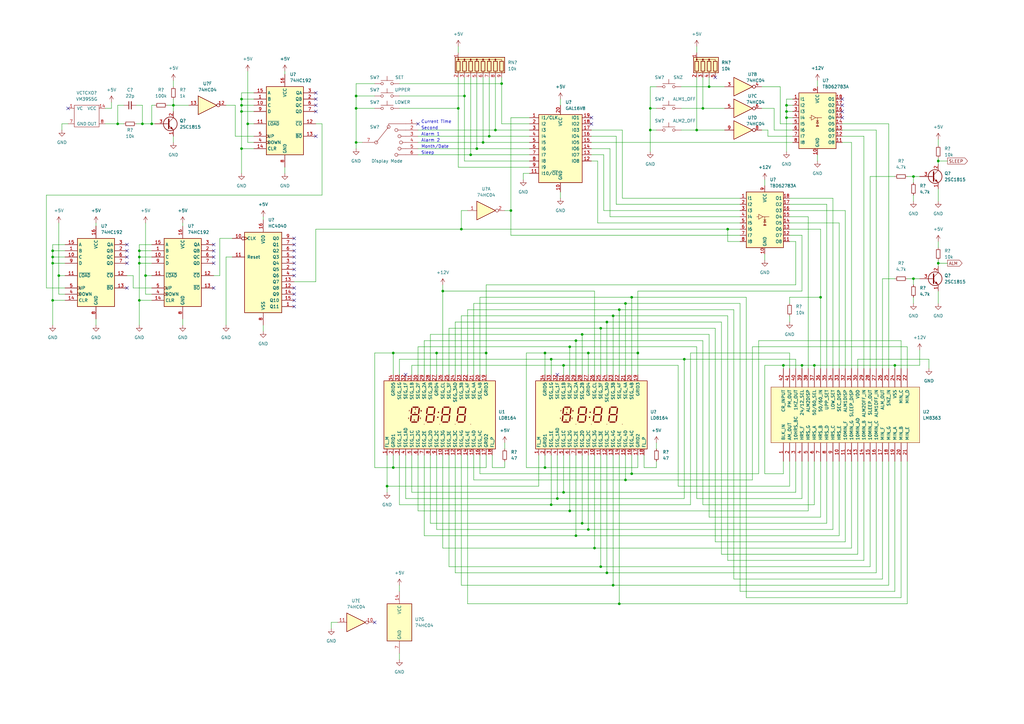
<source format=kicad_sch>
(kicad_sch (version 20211123) (generator eeschema)
  (paper "A3")
  (lib_symbols
    (symbol "4xxx:4040" (pin_names (offset 1.016))
      (property "Reference" "U" (at -7.62 16.51 0))
      (property "Value" "4040" (at -7.62 -19.05 0))
      (symbol "4040_1_0"
        (pin output line (at 12.7 -15.24 180) (length 5.08) (name "Q11") (number "1"))
        (pin input inverted_clock (at -12.7 12.7 0) (length 5.08) (name "CLK") (number "10"))
        (pin input line (at -12.7 5.08 0) (length 5.08) (name "Reset") (number "11"))
        (pin output line (at 12.7 -7.62 180) (length 5.08) (name "Q8") (number "12"))
        (pin output line (at 12.7 -5.08 180) (length 5.08) (name "Q7") (number "13"))
        (pin output line (at 12.7 -10.16 180) (length 5.08) (name "Q9") (number "14"))
        (pin output line (at 12.7 -12.7 180) (length 5.08) (name "Q10") (number "15"))
        (pin power_in line (at 0 20.32 270) (length 5.08) (name "VDD") (number "16"))
        (pin output line (at 12.7 0 180) (length 5.08) (name "Q5") (number "2"))
        (pin output line (at 12.7 2.54 180) (length 5.08) (name "Q4") (number "3"))
        (pin output line (at 12.7 -2.54 180) (length 5.08) (name "Q6") (number "4"))
        (pin output line (at 12.7 5.08 180) (length 5.08) (name "Q3") (number "5"))
        (pin output line (at 12.7 7.62 180) (length 5.08) (name "Q2") (number "6"))
        (pin output line (at 12.7 10.16 180) (length 5.08) (name "Q1") (number "7"))
        (pin power_in line (at 0 -22.86 90) (length 5.08) (name "VSS") (number "8"))
        (pin output line (at 12.7 12.7 180) (length 5.08) (name "Q0") (number "9"))
      )
    )
    (symbol "74xx:74HC04"
      (property "Reference" "U" (at 0 1.27 0))
      (property "Value" "74HC04" (at 0 -1.27 0))
      (symbol "74HC04_1_0"
        (pin input line (at -7.62 0 0) (length 3.81) (name "~") (number "1"))
        (pin output inverted (at 7.62 0 180) (length 3.81) (name "~") (number "2"))
      )
      (symbol "74HC04_2_0"
        (pin input line (at -7.62 0 0) (length 3.81) (name "~") (number "3"))
        (pin output inverted (at 7.62 0 180) (length 3.81) (name "~") (number "4"))
      )
      (symbol "74HC04_3_0"
        (pin input line (at -7.62 0 0) (length 3.81) (name "~") (number "5"))
        (pin output inverted (at 7.62 0 180) (length 3.81) (name "~") (number "6"))
      )
      (symbol "74HC04_4_0"
        (pin output inverted (at 7.62 0 180) (length 3.81) (name "~") (number "8"))
        (pin input line (at -7.62 0 0) (length 3.81) (name "~") (number "9"))
      )
      (symbol "74HC04_5_0"
        (pin output inverted (at 7.62 0 180) (length 3.81) (name "~") (number "10"))
        (pin input line (at -7.62 0 0) (length 3.81) (name "~") (number "11"))
      )
      (symbol "74HC04_6_0"
        (pin output inverted (at 7.62 0 180) (length 3.81) (name "~") (number "12"))
        (pin input line (at -7.62 0 0) (length 3.81) (name "~") (number "13"))
      )
      (symbol "74HC04_7_0"
        (pin power_in line (at 0 12.7 270) (length 5.08) (name "VCC") (number "14"))
        (pin power_in line (at 0 -12.7 90) (length 5.08) (name "GND") (number "7"))
      )
    )
    (symbol "74xx:74LS192"
      (property "Reference" "U" (at -7.62 13.97 0))
      (property "Value" "74LS192" (at 5.08 13.97 0))
      (symbol "74LS192_1_0"
        (pin input line (at -12.7 7.62 0) (length 5.08) (name "B") (number "1"))
        (pin input line (at -12.7 5.08 0) (length 5.08) (name "C") (number "10"))
        (pin input line (at -12.7 -2.54 0) (length 5.08) (name "~{LOAD}") (number "11"))
        (pin output line (at 12.7 -2.54 180) (length 5.08) (name "~{CO}") (number "12"))
        (pin output line (at 12.7 -7.62 180) (length 5.08) (name "~{BO}") (number "13"))
        (pin input line (at -12.7 -12.7 0) (length 5.08) (name "CLR") (number "14"))
        (pin input line (at -12.7 10.16 0) (length 5.08) (name "A") (number "15"))
        (pin power_in line (at 0 17.78 270) (length 5.08) (name "VCC") (number "16"))
        (pin output line (at 12.7 7.62 180) (length 5.08) (name "QB") (number "2"))
        (pin output line (at 12.7 10.16 180) (length 5.08) (name "QA") (number "3"))
        (pin input clock (at -12.7 -10.16 0) (length 5.08) (name "DOWN") (number "4"))
        (pin input clock (at -12.7 -7.62 0) (length 5.08) (name "UP") (number "5"))
        (pin output line (at 12.7 5.08 180) (length 5.08) (name "QC") (number "6"))
        (pin output line (at 12.7 2.54 180) (length 5.08) (name "QD") (number "7"))
        (pin power_in line (at 0 -20.32 90) (length 5.08) (name "GND") (number "8"))
        (pin input line (at -12.7 2.54 0) (length 5.08) (name "D") (number "9"))
      )
    )
    (symbol "Device:C_Small" (pin_numbers hide) (pin_names (offset 0.254) hide)
      (property "Reference" "C" (at 0.254 1.778 0))
      (property "Value" "C_Small" (at 0.254 -2.032 0))
      (symbol "C_Small_1_1"
        (pin passive line (at 0 2.54 270) (length 2.032) (name "~") (number "1"))
        (pin passive line (at 0 -2.54 90) (length 2.032) (name "~") (number "2"))
      )
    )
    (symbol "Device:R_Network04" (pin_names (offset 0) hide)
      (property "Reference" "RN" (at -7.62 0 90))
      (property "Value" "R_Network04" (at 5.08 0 90))
      (symbol "R_Network04_1_1"
        (pin passive line (at -5.08 5.08 270) (length 2.54) (name "common") (number "1"))
        (pin passive line (at -5.08 -5.08 90) (length 1.27) (name "R1") (number "2"))
        (pin passive line (at -2.54 -5.08 90) (length 1.27) (name "R2") (number "3"))
        (pin passive line (at 0 -5.08 90) (length 1.27) (name "R3") (number "4"))
        (pin passive line (at 2.54 -5.08 90) (length 1.27) (name "R4") (number "5"))
      )
    )
    (symbol "Device:R_Network08" (pin_names (offset 0) hide)
      (property "Reference" "RN" (at -12.7 0 90))
      (property "Value" "R_Network08" (at 10.16 0 90))
      (symbol "R_Network08_1_1"
        (pin passive line (at -10.16 5.08 270) (length 2.54) (name "common") (number "1"))
        (pin passive line (at -10.16 -5.08 90) (length 1.27) (name "R1") (number "2"))
        (pin passive line (at -7.62 -5.08 90) (length 1.27) (name "R2") (number "3"))
        (pin passive line (at -5.08 -5.08 90) (length 1.27) (name "R3") (number "4"))
        (pin passive line (at -2.54 -5.08 90) (length 1.27) (name "R4") (number "5"))
        (pin passive line (at 0 -5.08 90) (length 1.27) (name "R5") (number "6"))
        (pin passive line (at 2.54 -5.08 90) (length 1.27) (name "R6") (number "7"))
        (pin passive line (at 5.08 -5.08 90) (length 1.27) (name "R7") (number "8"))
        (pin passive line (at 7.62 -5.08 90) (length 1.27) (name "R8") (number "9"))
      )
    )
    (symbol "Device:R_Small" (pin_numbers hide) (pin_names (offset 0.254) hide)
      (property "Reference" "R" (at 0.762 0.508 0))
      (property "Value" "R_Small" (at 0.762 -1.016 0))
      (symbol "R_Small_1_1"
        (pin passive line (at 0 2.54 270) (length 0.762) (name "~") (number "1"))
        (pin passive line (at 0 -2.54 90) (length 0.762) (name "~") (number "2"))
      )
    )
    (symbol "Logic_Programmable:GAL16V8" (pin_names (offset 1.016))
      (property "Reference" "U" (at -8.89 16.51 0))
      (property "Value" "GAL16V8" (at 1.27 16.51 0))
      (symbol "GAL16V8_0_0"
        (pin power_in line (at 0 -17.78 90) (length 3.81) (name "GND") (number "10"))
        (pin power_in line (at 0 17.78 270) (length 3.81) (name "VCC") (number "20"))
      )
      (symbol "GAL16V8_1_1"
        (pin input line (at -12.7 12.7 0) (length 3.81) (name "I1/CLK") (number "1"))
        (pin input line (at -12.7 -10.16 0) (length 3.81) (name "I10/~{OE}") (number "11"))
        (pin tri_state line (at 12.7 -5.08 180) (length 3.81) (name "IO8") (number "12"))
        (pin tri_state line (at 12.7 -2.54 180) (length 3.81) (name "IO7") (number "13"))
        (pin tri_state line (at 12.7 0 180) (length 3.81) (name "IO6") (number "14"))
        (pin tri_state line (at 12.7 2.54 180) (length 3.81) (name "IO5") (number "15"))
        (pin tri_state line (at 12.7 5.08 180) (length 3.81) (name "IO4") (number "16"))
        (pin tri_state line (at 12.7 7.62 180) (length 3.81) (name "I03") (number "17"))
        (pin tri_state line (at 12.7 10.16 180) (length 3.81) (name "IO2") (number "18"))
        (pin tri_state line (at 12.7 12.7 180) (length 3.81) (name "IO1") (number "19"))
        (pin input line (at -12.7 10.16 0) (length 3.81) (name "I2") (number "2"))
        (pin input line (at -12.7 7.62 0) (length 3.81) (name "I3") (number "3"))
        (pin input line (at -12.7 5.08 0) (length 3.81) (name "I4") (number "4"))
        (pin input line (at -12.7 2.54 0) (length 3.81) (name "I5") (number "5"))
        (pin input line (at -12.7 0 0) (length 3.81) (name "I6") (number "6"))
        (pin input line (at -12.7 -2.54 0) (length 3.81) (name "I7") (number "7"))
        (pin input line (at -12.7 -5.08 0) (length 3.81) (name "I8") (number "8"))
        (pin input line (at -12.7 -7.62 0) (length 3.81) (name "I9") (number "9"))
      )
    )
    (symbol "Switch:SW_Push" (pin_numbers hide) (pin_names (offset 1.016) hide)
      (property "Reference" "SW" (at 1.27 2.54 0))
      (property "Value" "SW_Push" (at 0 -1.524 0))
      (symbol "SW_Push_0_1"
        (pin passive line (at -5.08 0 0) (length 2.54) (name "1") (number "1"))
        (pin passive line (at 5.08 0 180) (length 2.54) (name "2") (number "2"))
      )
    )
    (symbol "Transistor_Array:TBD62783A"
      (property "Reference" "U" (at -7.62 11.43 0))
      (property "Value" "TBD62783A" (at 1.27 11.43 0))
      (symbol "TBD62783A_1_1"
        (pin input line (at -10.16 7.62 0) (length 2.54) (name "I1") (number "1"))
        (pin power_in line (at 0 -15.24 90) (length 2.54) (name "GND") (number "10"))
        (pin open_emitter line (at 10.16 -10.16 180) (length 2.54) (name "O8") (number "11"))
        (pin open_emitter line (at 10.16 -7.62 180) (length 2.54) (name "O7") (number "12"))
        (pin open_emitter line (at 10.16 -5.08 180) (length 2.54) (name "O6") (number "13"))
        (pin open_emitter line (at 10.16 -2.54 180) (length 2.54) (name "O5") (number "14"))
        (pin open_emitter line (at 10.16 0 180) (length 2.54) (name "O4") (number "15"))
        (pin open_emitter line (at 10.16 2.54 180) (length 2.54) (name "O3") (number "16"))
        (pin open_emitter line (at 10.16 5.08 180) (length 2.54) (name "O2") (number "17"))
        (pin open_emitter line (at 10.16 7.62 180) (length 2.54) (name "O1") (number "18"))
        (pin input line (at -10.16 5.08 0) (length 2.54) (name "I2") (number "2"))
        (pin input line (at -10.16 2.54 0) (length 2.54) (name "I3") (number "3"))
        (pin input line (at -10.16 0 0) (length 2.54) (name "I4") (number "4"))
        (pin input line (at -10.16 -2.54 0) (length 2.54) (name "I5") (number "5"))
        (pin input line (at -10.16 -5.08 0) (length 2.54) (name "I6") (number "6"))
        (pin input line (at -10.16 -7.62 0) (length 2.54) (name "I7") (number "7"))
        (pin input line (at -10.16 -10.16 0) (length 2.54) (name "I8") (number "8"))
        (pin power_in line (at 0 12.7 270) (length 2.54) (name "VCC") (number "9"))
      )
    )
    (symbol "hk_Misc:2SC1815" (pin_names (offset 0) hide)
      (property "Reference" "Q" (at 5.08 1.905 0))
      (property "Value" "2SC1815" (at 5.08 0 0))
      (symbol "2SC1815_1_1"
        (pin passive line (at 2.54 -5.08 90) (length 2.54) (name "E") (number "1"))
        (pin passive line (at 2.54 5.08 270) (length 2.54) (name "C") (number "2"))
        (pin input line (at -5.08 0 0) (length 5.08) (name "B") (number "3"))
      )
    )
    (symbol "hk_Misc:LD8164"
      (property "Reference" "U" (at 24.13 10.16 0))
      (property "Value" "LD8164" (at 30.48 7.62 0))
      (symbol "LD8164_1_0"
        (text "A" (at -9.906 2.413 0) (effects (font (size 0.508 0.508))))
        (text "B" (at -7.62 1.651 0) (effects (font (size 0.508 0.508))))
        (text "C" (at -7.874 -1.397 0) (effects (font (size 0.508 0.508))))
        (text "D" (at -10.414 -2.159 0) (effects (font (size 0.508 0.508))))
        (text "E" (at -12.7 -1.397 0) (effects (font (size 0.508 0.508))))
        (text "F" (at -12.446 1.651 0) (effects (font (size 0.508 0.508))))
        (text "G" (at -10.16 0.889 0) (effects (font (size 0.508 0.508))))
      )
      (symbol "LD8164_1_1"
        (pin input line (at -21.59 -16.51 90) (length 2.54) (name "FL_M") (number "1"))
        (pin input line (at 1.27 -16.51 90) (length 2.54) (name "SEG_3G") (number "10"))
        (pin input line (at 3.81 -16.51 90) (length 2.54) (name "SEG_3E") (number "11"))
        (pin input line (at 6.35 -16.51 90) (length 2.54) (name "SEG_3C") (number "12"))
        (pin input line (at 8.89 -16.51 90) (length 2.54) (name "SEG_4G") (number "13"))
        (pin input line (at 11.43 -16.51 90) (length 2.54) (name "SEG_4E") (number "14"))
        (pin input line (at 13.97 -16.51 90) (length 2.54) (name "SEG_4D") (number "15"))
        (pin input line (at 16.51 -16.51 90) (length 2.54) (name "SEG_4C") (number "16"))
        (pin input line (at 19.05 -16.51 90) (length 2.54) (name "GRID2") (number "17"))
        (pin input line (at 21.59 -16.51 90) (length 2.54) (name "FL_P") (number "18"))
        (pin input line (at 19.05 16.51 270) (length 2.54) (name "GRID3") (number "19"))
        (pin input line (at -19.05 -16.51 90) (length 2.54) (name "GRID1") (number "2"))
        (pin input line (at 16.51 16.51 270) (length 2.54) (name "SEG_4B") (number "20"))
        (pin input line (at 13.97 16.51 270) (length 2.54) (name "SEG_4A") (number "21"))
        (pin input line (at 11.43 16.51 270) (length 2.54) (name "SEG_4F") (number "22"))
        (pin input line (at 8.89 16.51 270) (length 2.54) (name "SEG_3B") (number "23"))
        (pin input line (at 6.35 16.51 270) (length 2.54) (name "SEG_3AD") (number "24"))
        (pin input line (at 3.81 16.51 270) (length 2.54) (name "SEG_3F") (number "25"))
        (pin input line (at 1.27 16.51 270) (length 2.54) (name "SEG_CL") (number "26"))
        (pin input line (at -1.27 16.51 270) (length 2.54) (name "GRID4") (number "27"))
        (pin input line (at -3.81 16.51 270) (length 2.54) (name "SEG_2B") (number "28"))
        (pin input line (at -6.35 16.51 270) (length 2.54) (name "SEG_2A") (number "29"))
        (pin input line (at -16.51 -16.51 90) (length 2.54) (name "SEG_1E") (number "3"))
        (pin input line (at -8.89 16.51 270) (length 2.54) (name "SEG_2F") (number "30"))
        (pin input line (at -11.43 16.51 270) (length 2.54) (name "SEG_1B") (number "31"))
        (pin input line (at -13.97 16.51 270) (length 2.54) (name "SEG_1F") (number "32"))
        (pin input line (at -16.51 16.51 270) (length 2.54) (name "SEG_1G") (number "33"))
        (pin input line (at -19.05 16.51 270) (length 2.54) (name "GRID5") (number "34"))
        (pin input line (at -13.97 -16.51 90) (length 2.54) (name "SEG_1AD") (number "4"))
        (pin input line (at -11.43 -16.51 90) (length 2.54) (name "SEG_1C") (number "5"))
        (pin input line (at -8.89 -16.51 90) (length 2.54) (name "SEG_2G") (number "6"))
        (pin input line (at -6.35 -16.51 90) (length 2.54) (name "SEG_2E") (number "7"))
        (pin input line (at -3.81 -16.51 90) (length 2.54) (name "SEG_2D") (number "8"))
        (pin input line (at -1.27 -16.51 90) (length 2.54) (name "SEG_2C") (number "9"))
      )
    )
    (symbol "hk_Misc:LM8363" (pin_names (offset 1.016))
      (property "Reference" "U" (at 5.08 31.75 0))
      (property "Value" "LM8363" (at -5.08 31.75 0))
      (symbol "LM8363_1_1"
        (pin input line (at -19.05 25.4 0) (length 7.62) (name "BLK_IN") (number "1"))
        (pin output line (at -19.05 2.54 0) (length 7.62) (name "HRS_E") (number "10"))
        (pin output line (at -19.05 0 0) (length 7.62) (name "10MIN_F") (number "11"))
        (pin output line (at -19.05 -2.54 0) (length 7.62) (name "10MIN_G") (number "12"))
        (pin output line (at -19.05 -5.08 0) (length 7.62) (name "10MIN_AD") (number "13"))
        (pin output line (at -19.05 -7.62 0) (length 7.62) (name "10MIN_B") (number "14"))
        (pin output line (at -19.05 -10.16 0) (length 7.62) (name "10MIN_E") (number "15"))
        (pin output line (at -19.05 -12.7 0) (length 7.62) (name "10MIN_C") (number "16"))
        (pin output line (at -19.05 -15.24 0) (length 7.62) (name "MIN_F") (number "17"))
        (pin output line (at -19.05 -17.78 0) (length 7.62) (name "MIN_G") (number "18"))
        (pin output line (at -19.05 -20.32 0) (length 7.62) (name "MIN_A") (number "19"))
        (pin output line (at -19.05 22.86 0) (length 7.62) (name "AM_OUT") (number "2"))
        (pin output line (at -19.05 -22.86 0) (length 7.62) (name "MIN_B") (number "20"))
        (pin output line (at -19.05 -25.4 0) (length 7.62) (name "MIN_E") (number "21"))
        (pin output line (at 19.05 -25.4 180) (length 7.62) (name "MIN_D") (number "22"))
        (pin output line (at 19.05 -22.86 180) (length 7.62) (name "MIN_C") (number "23"))
        (pin power_in line (at 19.05 -20.32 180) (length 7.62) (name "VSS") (number "24"))
        (pin input line (at 19.05 -17.78 180) (length 7.62) (name "SNZ_IN") (number "25"))
        (pin output line (at 19.05 -15.24 180) (length 7.62) (name "ALM_OUT") (number "26"))
        (pin input line (at 19.05 -12.7 180) (length 7.62) (name "ALM1OFF_IN") (number "27"))
        (pin output line (at 19.05 -10.16 180) (length 7.62) (name "SLEEP_OUT") (number "28"))
        (pin input line (at 19.05 -7.62 180) (length 7.62) (name "ALM2OFF_IN") (number "29"))
        (pin output line (at -19.05 20.32 0) (length 7.62) (name "10HRS_BC") (number "3"))
        (pin power_in line (at 19.05 -5.08 180) (length 7.62) (name "VDD") (number "30"))
        (pin input line (at 19.05 -2.54 180) (length 7.62) (name "SLEEP_DISP") (number "31"))
        (pin input line (at 19.05 0 180) (length 7.62) (name "ALM1DISP") (number "32"))
        (pin input line (at 19.05 2.54 180) (length 7.62) (name "SEC_DISP") (number "33"))
        (pin input line (at 19.05 5.08 180) (length 7.62) (name "LOW_SET") (number "34"))
        (pin input line (at 19.05 7.62 180) (length 7.62) (name "UPP_SET") (number "35"))
        (pin input line (at 19.05 10.16 180) (length 7.62) (name "50/60_IN") (number "36"))
        (pin input line (at 19.05 12.7 180) (length 7.62) (name "50/60_SEL") (number "37"))
        (pin input line (at 19.05 15.24 180) (length 7.62) (name "ALM2DISP") (number "38"))
        (pin input line (at 19.05 17.78 180) (length 7.62) (name "24/12_SEL") (number "39"))
        (pin output line (at -19.05 17.78 0) (length 7.62) (name "HRS_F") (number "4"))
        (pin output line (at 19.05 20.32 180) (length 7.62) (name "1HZ_OUT") (number "40"))
        (pin output line (at 19.05 22.86 180) (length 7.62) (name "PM_OUT") (number "41"))
        (pin input line (at 19.05 25.4 180) (length 7.62) (name "CR_INPUT") (number "42"))
        (pin output line (at -19.05 15.24 0) (length 7.62) (name "HRS_G") (number "5"))
        (pin output line (at -19.05 12.7 0) (length 7.62) (name "HRS_A") (number "6"))
        (pin output line (at -19.05 10.16 0) (length 7.62) (name "HRS_B") (number "7"))
        (pin output line (at -19.05 7.62 0) (length 7.62) (name "HRS_D") (number "8"))
        (pin output line (at -19.05 5.08 0) (length 7.62) (name "HRS_C") (number "9"))
      )
    )
    (symbol "hk_Misc:SW_Rotary6" (pin_names (offset 1.016) hide)
      (property "Reference" "SW" (at 0 10.16 0))
      (property "Value" "SW_Rotary6" (at 0 -8.89 0))
      (symbol "SW_Rotary6_0_1"
        (pin passive line (at 12.7 7.62 180) (length 5.08) (name "1") (number "1"))
        (pin passive line (at 12.7 5.08 180) (length 5.08) (name "2") (number "2"))
        (pin passive line (at 12.7 2.54 180) (length 5.08) (name "3") (number "3"))
        (pin passive line (at 12.7 0 180) (length 5.08) (name "4") (number "4"))
        (pin passive line (at 12.7 -2.54 180) (length 5.08) (name "5") (number "5"))
        (pin passive line (at 12.7 -5.08 180) (length 5.08) (name "6") (number "6"))
        (pin passive line (at -10.16 0 0) (length 5.08) (name "7") (number "7"))
      )
    )
    (symbol "hk_Misc:VM39S5G" (pin_names (offset 1.016))
      (property "Reference" "VCTCXO" (at 0 5.08 0))
      (property "Value" "VM39S5G" (at 0 -6.35 0))
      (symbol "VM39S5G_1_1"
        (pin input line (at -7.62 2.54 0) (length 2.54) (name "VC") (number "1"))
        (pin power_in line (at 7.62 2.54 180) (length 2.54) (name "VCC") (number "14"))
        (pin power_in line (at -7.62 -3.81 0) (length 2.54) (name "GND") (number "7"))
        (pin output line (at 7.62 -3.81 180) (length 2.54) (name "OUT") (number "8"))
      )
    )
    (symbol "power:+12V" (power) (pin_names (offset 0))
      (property "Value" "+12V" (at 0 3.556 0))
      (symbol "+12V_1_1"
        (pin power_in line (at 0 0 90) (length 0) hide (name "+12V") (number "1"))
      )
    )
    (symbol "power:+5V" (power) (pin_names (offset 0))
      (property "Value" "+5V" (at 0 3.556 0))
      (symbol "+5V_1_1"
        (pin power_in line (at 0 0 90) (length 0) hide (name "+5V") (number "1"))
      )
    )
    (symbol "power:GND" (power) (pin_names (offset 0))
      (property "Value" "GND" (at 0 -3.81 0))
      (symbol "GND_1_1"
        (pin power_in line (at 0 0 270) (length 0) hide (name "GND") (number "1"))
      )
    )
  )
  (junction (at 205.74 34.29))
  (junction (at 101.6 50.8))
  (junction (at 200.66 55.88))
  (junction (at 328.93 149.86))
  (junction (at 231.14 149.86))
  (junction (at 290.83 35.56))
  (junction (at 241.3 217.17))
  (junction (at 336.55 121.92))
  (junction (at 226.06 147.32))
  (junction (at 21.59 102.87))
  (junction (at 266.7 44.45))
  (junction (at 57.15 105.41))
  (junction (at 21.59 107.95))
  (junction (at 233.68 209.55))
  (junction (at 158.75 199.39))
  (junction (at 256.54 196.85))
  (junction (at 228.6 204.47))
  (junction (at 374.65 72.39))
  (junction (at 146.05 58.42))
  (junction (at 236.22 219.71))
  (junction (at 57.15 107.95))
  (junction (at 233.68 142.24))
  (junction (at 223.52 191.77))
  (junction (at 248.92 234.95))
  (junction (at 238.76 214.63))
  (junction (at 57.15 102.87))
  (junction (at 384.81 66.04))
  (junction (at 322.58 43.18))
  (junction (at 259.08 121.92))
  (junction (at 384.81 107.95))
  (junction (at 280.67 147.32))
  (junction (at 266.7 53.34))
  (junction (at 99.06 60.96))
  (junction (at 181.61 119.38))
  (junction (at 251.46 129.54))
  (junction (at 190.5 39.37))
  (junction (at 238.76 137.16))
  (junction (at 161.29 191.77))
  (junction (at 189.23 93.98))
  (junction (at 259.08 194.31))
  (junction (at 243.84 224.79))
  (junction (at 21.59 105.41))
  (junction (at 21.59 123.19))
  (junction (at 62.23 50.8))
  (junction (at 298.45 93.98))
  (junction (at 374.65 114.3))
  (junction (at 161.29 144.78))
  (junction (at 193.04 63.5))
  (junction (at 99.06 40.64))
  (junction (at 179.07 144.78))
  (junction (at 246.38 134.62))
  (junction (at 99.06 43.18))
  (junction (at 198.12 58.42))
  (junction (at 59.69 113.03))
  (junction (at 241.3 144.78))
  (junction (at 236.22 139.7))
  (junction (at 57.15 123.19))
  (junction (at 58.42 50.8))
  (junction (at 146.05 39.37))
  (junction (at 322.58 45.72))
  (junction (at 226.06 207.01))
  (junction (at 322.58 48.26))
  (junction (at 71.12 43.18))
  (junction (at 248.92 132.08))
  (junction (at 246.38 232.41))
  (junction (at 223.52 144.78))
  (junction (at 195.58 60.96))
  (junction (at 99.06 45.72))
  (junction (at 187.96 44.45))
  (junction (at 288.29 44.45))
  (junction (at 209.55 86.36))
  (junction (at 251.46 240.03))
  (junction (at 285.75 53.34))
  (junction (at 256.54 124.46))
  (junction (at 254 127))
  (junction (at 146.05 44.45))
  (junction (at 261.62 144.78))
  (junction (at 48.26 50.8))
  (junction (at 231.14 201.93))
  (junction (at 334.01 149.86))
  (junction (at 199.39 144.78))
  (junction (at 367.03 149.86))
  (junction (at 321.31 149.86))
  (junction (at 24.13 113.03))
  (junction (at 254 247.65))
  (junction (at 203.2 53.34))
  (no_connect (at 27.94 44.45))
  (no_connect (at 242.57 48.26))
  (no_connect (at 242.57 50.8))
  (no_connect (at 345.44 40.64))
  (no_connect (at 345.44 43.18))
  (no_connect (at 345.44 45.72))
  (no_connect (at 345.44 48.26))
  (no_connect (at 166.37 153.67))
  (no_connect (at 228.6 153.67))
  (no_connect (at 153.67 255.27))
  (no_connect (at 171.45 50.8))
  (no_connect (at 129.54 40.64))
  (no_connect (at 129.54 38.1))
  (no_connect (at 129.54 43.18))
  (no_connect (at 129.54 45.72))
  (no_connect (at 120.65 120.65))
  (no_connect (at 120.65 110.49))
  (no_connect (at 120.65 113.03))
  (no_connect (at 120.65 118.11))
  (no_connect (at 120.65 107.95))
  (no_connect (at 120.65 97.79))
  (no_connect (at 120.65 105.41))
  (no_connect (at 120.65 100.33))
  (no_connect (at 120.65 102.87))
  (no_connect (at 120.65 123.19))
  (no_connect (at 120.65 125.73))
  (no_connect (at 293.37 31.75))
  (no_connect (at 87.63 105.41))
  (no_connect (at 87.63 102.87))
  (no_connect (at 87.63 107.95))
  (no_connect (at 129.54 55.88))
  (no_connect (at 87.63 118.11))
  (no_connect (at 87.63 100.33))
  (no_connect (at 52.07 107.95))
  (no_connect (at 52.07 100.33))
  (no_connect (at 52.07 105.41))
  (no_connect (at 52.07 102.87))
  (no_connect (at 52.07 118.11))
  (wire (pts (xy 266.7 44.45) (xy 266.7 53.34)))
  (wire (pts (xy 179.07 186.69) (xy 179.07 217.17)))
  (wire (pts (xy 236.22 139.7) (xy 236.22 153.67)))
  (wire (pts (xy 57.15 107.95) (xy 57.15 105.41)))
  (wire (pts (xy 214.63 73.66) (xy 214.63 71.12)))
  (wire (pts (xy 351.79 147.32) (xy 381 147.32)))
  (wire (pts (xy 27.94 50.8) (xy 25.4 50.8)))
  (wire (pts (xy 95.25 105.41) (xy 92.71 105.41)))
  (wire (pts (xy 367.03 72.39) (xy 356.87 72.39)))
  (wire (pts (xy 233.68 186.69) (xy 233.68 209.55)))
  (wire (pts (xy 314.96 55.88) (xy 314.96 53.34)))
  (wire (pts (xy 190.5 39.37) (xy 190.5 66.04)))
  (wire (pts (xy 246.38 232.41) (xy 356.87 232.41)))
  (wire (pts (xy 241.3 186.69) (xy 241.3 217.17)))
  (wire (pts (xy 247.65 86.36) (xy 247.65 63.5)))
  (wire (pts (xy 328.93 204.47) (xy 328.93 189.23)))
  (wire (pts (xy 251.46 186.69) (xy 251.46 240.03)))
  (wire (pts (xy 158.75 201.93) (xy 158.75 199.39)))
  (wire (pts (xy 238.76 186.69) (xy 238.76 214.63)))
  (wire (pts (xy 384.81 107.95) (xy 384.81 109.22)))
  (wire (pts (xy 231.14 186.69) (xy 231.14 201.93)))
  (wire (pts (xy 278.13 199.39) (xy 278.13 149.86)))
  (wire (pts (xy 336.55 189.23) (xy 336.55 212.09)))
  (wire (pts (xy 39.37 130.81) (xy 39.37 133.35)))
  (wire (pts (xy 255.27 81.28) (xy 255.27 53.34)))
  (wire (pts (xy 269.24 181.61) (xy 269.24 184.15)))
  (wire (pts (xy 303.53 88.9) (xy 250.19 88.9)))
  (wire (pts (xy 233.68 142.24) (xy 285.75 142.24)))
  (wire (pts (xy 101.6 29.21) (xy 101.6 50.8)))
  (wire (pts (xy 297.18 44.45) (xy 288.29 44.45)))
  (wire (pts (xy 261.62 119.38) (xy 328.93 119.38)))
  (wire (pts (xy 161.29 186.69) (xy 161.29 191.77)))
  (wire (pts (xy 298.45 229.87) (xy 354.33 229.87)))
  (wire (pts (xy 146.05 44.45) (xy 153.67 44.45)))
  (wire (pts (xy 191.77 153.67) (xy 191.77 127)))
  (wire (pts (xy 173.99 186.69) (xy 173.99 219.71)))
  (wire (pts (xy 173.99 219.71) (xy 236.22 219.71)))
  (wire (pts (xy 226.06 207.01) (xy 283.21 207.01)))
  (wire (pts (xy 326.39 116.84) (xy 326.39 99.06)))
  (wire (pts (xy 280.67 147.32) (xy 326.39 147.32)))
  (wire (pts (xy 261.62 144.78) (xy 261.62 119.38)))
  (wire (pts (xy 26.67 100.33) (xy 21.59 100.33)))
  (wire (pts (xy 384.81 99.06) (xy 384.81 101.6)))
  (wire (pts (xy 323.85 144.78) (xy 323.85 151.13)))
  (wire (pts (xy 248.92 132.08) (xy 248.92 153.67)))
  (wire (pts (xy 190.5 66.04) (xy 217.17 66.04)))
  (wire (pts (xy 71.12 55.88) (xy 71.12 58.42)))
  (wire (pts (xy 189.23 240.03) (xy 251.46 240.03)))
  (wire (pts (xy 163.83 34.29) (xy 205.74 34.29)))
  (wire (pts (xy 226.06 147.32) (xy 280.67 147.32)))
  (wire (pts (xy 171.45 60.96) (xy 195.58 60.96)))
  (wire (pts (xy 300.99 127) (xy 300.99 237.49)))
  (wire (pts (xy 256.54 186.69) (xy 256.54 196.85)))
  (wire (pts (xy 336.55 93.98) (xy 336.55 121.92)))
  (wire (pts (xy 325.12 55.88) (xy 314.96 55.88)))
  (wire (pts (xy 303.53 83.82) (xy 252.73 83.82)))
  (wire (pts (xy 146.05 34.29) (xy 146.05 39.37)))
  (wire (pts (xy 99.06 40.64) (xy 99.06 38.1)))
  (wire (pts (xy 173.99 153.67) (xy 173.99 139.7)))
  (wire (pts (xy 256.54 124.46) (xy 303.53 124.46)))
  (wire (pts (xy 328.93 149.86) (xy 328.93 151.13)))
  (wire (pts (xy 261.62 153.67) (xy 261.62 144.78)))
  (wire (pts (xy 243.84 186.69) (xy 243.84 224.79)))
  (wire (pts (xy 92.71 105.41) (xy 92.71 133.35)))
  (wire (pts (xy 325.12 50.8) (xy 320.04 50.8)))
  (wire (pts (xy 341.63 189.23) (xy 341.63 217.17)))
  (wire (pts (xy 334.01 207.01) (xy 334.01 189.23)))
  (wire (pts (xy 187.96 68.58) (xy 217.17 68.58)))
  (wire (pts (xy 135.89 255.27) (xy 135.89 257.81)))
  (wire (pts (xy 328.93 119.38) (xy 328.93 96.52)))
  (wire (pts (xy 323.85 124.46) (xy 323.85 121.92)))
  (wire (pts (xy 189.23 86.36) (xy 189.23 93.98)))
  (wire (pts (xy 285.75 19.05) (xy 285.75 21.59)))
  (wire (pts (xy 57.15 105.41) (xy 57.15 102.87)))
  (wire (pts (xy 361.95 114.3) (xy 361.95 151.13)))
  (wire (pts (xy 264.16 191.77) (xy 269.24 191.77)))
  (wire (pts (xy 236.22 139.7) (xy 288.29 139.7)))
  (wire (pts (xy 323.85 81.28) (xy 341.63 81.28)))
  (wire (pts (xy 99.06 43.18) (xy 104.14 43.18)))
  (wire (pts (xy 171.45 55.88) (xy 200.66 55.88)))
  (wire (pts (xy 55.88 50.8) (xy 58.42 50.8)))
  (wire (pts (xy 334.01 149.86) (xy 367.03 149.86)))
  (wire (pts (xy 116.84 29.21) (xy 116.84 30.48)))
  (wire (pts (xy 191.77 186.69) (xy 191.77 247.65)))
  (wire (pts (xy 251.46 129.54) (xy 298.45 129.54)))
  (wire (pts (xy 146.05 58.42) (xy 148.59 58.42)))
  (wire (pts (xy 251.46 129.54) (xy 251.46 153.67)))
  (wire (pts (xy 345.44 58.42) (xy 349.25 58.42)))
  (wire (pts (xy 201.93 191.77) (xy 207.01 191.77)))
  (wire (pts (xy 199.39 191.77) (xy 161.29 191.77)))
  (wire (pts (xy 57.15 123.19) (xy 57.15 107.95)))
  (wire (pts (xy 322.58 40.64) (xy 322.58 43.18)))
  (wire (pts (xy 101.6 50.8) (xy 104.14 50.8)))
  (wire (pts (xy 223.52 144.78) (xy 241.3 144.78)))
  (wire (pts (xy 377.19 149.86) (xy 377.19 143.51)))
  (wire (pts (xy 43.18 44.45) (xy 45.72 44.45)))
  (wire (pts (xy 341.63 81.28) (xy 341.63 151.13)))
  (wire (pts (xy 374.65 114.3) (xy 377.19 114.3)))
  (wire (pts (xy 223.52 186.69) (xy 223.52 191.77)))
  (wire (pts (xy 372.11 114.3) (xy 374.65 114.3)))
  (wire (pts (xy 45.72 44.45) (xy 45.72 41.91)))
  (wire (pts (xy 334.01 149.86) (xy 334.01 151.13)))
  (wire (pts (xy 21.59 105.41) (xy 21.59 107.95)))
  (wire (pts (xy 322.58 48.26) (xy 322.58 62.23)))
  (wire (pts (xy 217.17 60.96) (xy 195.58 60.96)))
  (wire (pts (xy 374.65 121.92) (xy 374.65 124.46)))
  (wire (pts (xy 354.33 55.88) (xy 354.33 151.13)))
  (wire (pts (xy 186.69 234.95) (xy 248.92 234.95)))
  (wire (pts (xy 153.67 34.29) (xy 146.05 34.29)))
  (wire (pts (xy 186.69 153.67) (xy 186.69 132.08)))
  (wire (pts (xy 326.39 99.06) (xy 323.85 99.06)))
  (wire (pts (xy 313.69 194.31) (xy 321.31 194.31)))
  (wire (pts (xy 254 127) (xy 254 153.67)))
  (wire (pts (xy 26.67 123.19) (xy 21.59 123.19)))
  (wire (pts (xy 242.57 58.42) (xy 325.12 58.42)))
  (wire (pts (xy 171.45 53.34) (xy 203.2 53.34)))
  (wire (pts (xy 71.12 43.18) (xy 77.47 43.18)))
  (wire (pts (xy 280.67 204.47) (xy 280.67 147.32)))
  (wire (pts (xy 323.85 199.39) (xy 278.13 199.39)))
  (wire (pts (xy 57.15 102.87) (xy 57.15 100.33)))
  (wire (pts (xy 166.37 204.47) (xy 228.6 204.47)))
  (wire (pts (xy 317.5 44.45) (xy 312.42 44.45)))
  (wire (pts (xy 321.31 149.86) (xy 328.93 149.86)))
  (wire (pts (xy 254 247.65) (xy 372.11 247.65)))
  (wire (pts (xy 285.75 142.24) (xy 285.75 204.47)))
  (wire (pts (xy 99.06 71.12) (xy 99.06 60.96)))
  (wire (pts (xy 288.29 44.45) (xy 288.29 31.75)))
  (wire (pts (xy 21.59 105.41) (xy 26.67 105.41)))
  (wire (pts (xy 323.85 83.82) (xy 339.09 83.82)))
  (wire (pts (xy 195.58 60.96) (xy 195.58 31.75)))
  (wire (pts (xy 314.96 53.34) (xy 312.42 53.34)))
  (wire (pts (xy 163.83 44.45) (xy 187.96 44.45)))
  (wire (pts (xy 293.37 222.25) (xy 346.71 222.25)))
  (wire (pts (xy 303.53 86.36) (xy 247.65 86.36)))
  (wire (pts (xy 26.67 118.11) (xy 19.05 118.11)))
  (wire (pts (xy 248.92 186.69) (xy 248.92 234.95)))
  (wire (pts (xy 233.68 142.24) (xy 233.68 153.67)))
  (wire (pts (xy 191.77 127) (xy 254 127)))
  (wire (pts (xy 57.15 105.41) (xy 62.23 105.41)))
  (wire (pts (xy 238.76 137.16) (xy 290.83 137.16)))
  (wire (pts (xy 231.14 149.86) (xy 168.91 149.86)))
  (wire (pts (xy 87.63 113.03) (xy 90.17 113.03)))
  (wire (pts (xy 384.81 106.68) (xy 384.81 107.95)))
  (wire (pts (xy 52.07 113.03) (xy 54.61 113.03)))
  (wire (pts (xy 303.53 81.28) (xy 255.27 81.28)))
  (wire (pts (xy 168.91 149.86) (xy 168.91 153.67)))
  (wire (pts (xy 331.47 189.23) (xy 331.47 209.55)))
  (wire (pts (xy 99.06 40.64) (xy 104.14 40.64)))
  (wire (pts (xy 254 186.69) (xy 254 247.65)))
  (wire (pts (xy 233.68 209.55) (xy 171.45 209.55)))
  (wire (pts (xy 361.95 237.49) (xy 361.95 189.23)))
  (wire (pts (xy 58.42 50.8) (xy 62.23 50.8)))
  (wire (pts (xy 158.75 186.69) (xy 158.75 199.39)))
  (wire (pts (xy 196.85 153.67) (xy 196.85 121.92)))
  (wire (pts (xy 345.44 55.88) (xy 354.33 55.88)))
  (wire (pts (xy 179.07 144.78) (xy 161.29 144.78)))
  (wire (pts (xy 369.57 139.7) (xy 369.57 151.13)))
  (wire (pts (xy 311.15 139.7) (xy 369.57 139.7)))
  (wire (pts (xy 168.91 201.93) (xy 231.14 201.93)))
  (wire (pts (xy 255.27 53.34) (xy 242.57 53.34)))
  (wire (pts (xy 256.54 124.46) (xy 256.54 153.67)))
  (wire (pts (xy 345.44 53.34) (xy 359.41 53.34)))
  (wire (pts (xy 90.17 97.79) (xy 95.25 97.79)))
  (wire (pts (xy 322.58 45.72) (xy 322.58 48.26)))
  (wire (pts (xy 229.87 78.74) (xy 229.87 81.28)))
  (wire (pts (xy 313.69 104.14) (xy 313.69 106.68)))
  (wire (pts (xy 189.23 129.54) (xy 251.46 129.54)))
  (wire (pts (xy 193.04 63.5) (xy 193.04 31.75)))
  (wire (pts (xy 254 127) (xy 300.99 127)))
  (wire (pts (xy 322.58 48.26) (xy 325.12 48.26)))
  (wire (pts (xy 349.25 58.42) (xy 349.25 151.13)))
  (wire (pts (xy 367.03 114.3) (xy 361.95 114.3)))
  (wire (pts (xy 297.18 53.34) (xy 285.75 53.34)))
  (wire (pts (xy 39.37 91.44) (xy 39.37 92.71)))
  (wire (pts (xy 246.38 134.62) (xy 293.37 134.62)))
  (wire (pts (xy 116.84 68.58) (xy 116.84 71.12)))
  (wire (pts (xy 176.53 214.63) (xy 238.76 214.63)))
  (wire (pts (xy 194.31 124.46) (xy 256.54 124.46)))
  (wire (pts (xy 326.39 147.32) (xy 326.39 151.13)))
  (wire (pts (xy 285.75 204.47) (xy 328.93 204.47)))
  (wire (pts (xy 381 147.32) (xy 381 151.13)))
  (wire (pts (xy 328.93 149.86) (xy 334.01 149.86)))
  (wire (pts (xy 269.24 35.56) (xy 266.7 35.56)))
  (wire (pts (xy 163.83 186.69) (xy 163.83 207.01)))
  (wire (pts (xy 320.04 50.8) (xy 320.04 35.56)))
  (wire (pts (xy 181.61 116.84) (xy 181.61 119.38)))
  (wire (pts (xy 184.15 134.62) (xy 246.38 134.62)))
  (wire (pts (xy 374.65 72.39) (xy 374.65 74.93)))
  (wire (pts (xy 313.69 73.66) (xy 313.69 76.2)))
  (wire (pts (xy 298.45 99.06) (xy 298.45 93.98)))
  (wire (pts (xy 138.43 255.27) (xy 135.89 255.27)))
  (wire (pts (xy 57.15 123.19) (xy 62.23 123.19)))
  (wire (pts (xy 21.59 100.33) (xy 21.59 102.87)))
  (wire (pts (xy 209.55 48.26) (xy 217.17 48.26)))
  (wire (pts (xy 231.14 149.86) (xy 231.14 153.67)))
  (wire (pts (xy 321.31 189.23) (xy 321.31 194.31)))
  (wire (pts (xy 226.06 186.69) (xy 226.06 207.01)))
  (wire (pts (xy 209.55 96.52) (xy 209.55 86.36)))
  (wire (pts (xy 55.88 43.18) (xy 58.42 43.18)))
  (wire (pts (xy 199.39 116.84) (xy 326.39 116.84)))
  (wire (pts (xy 58.42 43.18) (xy 58.42 50.8)))
  (wire (pts (xy 323.85 93.98) (xy 336.55 93.98)))
  (wire (pts (xy 359.41 53.34) (xy 359.41 151.13)))
  (wire (pts (xy 146.05 44.45) (xy 146.05 58.42)))
  (wire (pts (xy 303.53 99.06) (xy 298.45 99.06)))
  (wire (pts (xy 241.3 153.67) (xy 241.3 144.78)))
  (wire (pts (xy 199.39 144.78) (xy 199.39 116.84)))
  (wire (pts (xy 313.69 149.86) (xy 321.31 149.86)))
  (wire (pts (xy 323.85 121.92) (xy 336.55 121.92)))
  (wire (pts (xy 322.58 43.18) (xy 322.58 45.72)))
  (wire (pts (xy 288.29 139.7) (xy 288.29 207.01)))
  (wire (pts (xy 248.92 234.95) (xy 359.41 234.95)))
  (wire (pts (xy 99.06 45.72) (xy 99.06 43.18)))
  (wire (pts (xy 266.7 35.56) (xy 266.7 44.45)))
  (wire (pts (xy 346.71 222.25) (xy 346.71 189.23)))
  (wire (pts (xy 191.77 247.65) (xy 254 247.65)))
  (wire (pts (xy 300.99 237.49) (xy 361.95 237.49)))
  (wire (pts (xy 259.08 121.92) (xy 306.07 121.92)))
  (wire (pts (xy 252.73 83.82) (xy 252.73 55.88)))
  (wire (pts (xy 215.9 191.77) (xy 223.52 191.77)))
  (wire (pts (xy 266.7 53.34) (xy 266.7 62.23)))
  (wire (pts (xy 57.15 100.33) (xy 62.23 100.33)))
  (wire (pts (xy 129.54 93.98) (xy 129.54 115.57)))
  (wire (pts (xy 285.75 53.34) (xy 285.75 31.75)))
  (wire (pts (xy 176.53 186.69) (xy 176.53 214.63)))
  (wire (pts (xy 290.83 35.56) (xy 290.83 31.75)))
  (wire (pts (xy 344.17 151.13) (xy 344.17 91.44)))
  (wire (pts (xy 24.13 113.03) (xy 24.13 120.65)))
  (wire (pts (xy 129.54 115.57) (xy 120.65 115.57)))
  (wire (pts (xy 209.55 96.52) (xy 303.53 96.52)))
  (wire (pts (xy 279.4 44.45) (xy 288.29 44.45)))
  (wire (pts (xy 198.12 58.42) (xy 198.12 31.75)))
  (wire (pts (xy 163.83 240.03) (xy 163.83 242.57)))
  (wire (pts (xy 99.06 45.72) (xy 104.14 45.72)))
  (wire (pts (xy 186.69 186.69) (xy 186.69 234.95)))
  (wire (pts (xy 163.83 267.97) (xy 163.83 270.51)))
  (wire (pts (xy 184.15 153.67) (xy 184.15 134.62)))
  (wire (pts (xy 187.96 31.75) (xy 187.96 44.45)))
  (wire (pts (xy 311.15 194.31) (xy 311.15 139.7)))
  (wire (pts (xy 168.91 186.69) (xy 168.91 201.93)))
  (wire (pts (xy 48.26 43.18) (xy 48.26 50.8)))
  (wire (pts (xy 335.28 63.5) (xy 335.28 66.04)))
  (wire (pts (xy 184.15 186.69) (xy 184.15 232.41)))
  (wire (pts (xy 199.39 153.67) (xy 199.39 144.78)))
  (wire (pts (xy 245.11 66.04) (xy 242.57 66.04)))
  (wire (pts (xy 356.87 72.39) (xy 356.87 151.13)))
  (wire (pts (xy 372.11 142.24) (xy 372.11 151.13)))
  (wire (pts (xy 217.17 50.8) (xy 205.74 50.8)))
  (wire (pts (xy 179.07 217.17) (xy 241.3 217.17)))
  (wire (pts (xy 339.09 83.82) (xy 339.09 151.13)))
  (wire (pts (xy 354.33 229.87) (xy 354.33 189.23)))
  (wire (pts (xy 266.7 44.45) (xy 269.24 44.45)))
  (wire (pts (xy 298.45 129.54) (xy 298.45 229.87)))
  (wire (pts (xy 163.83 207.01) (xy 226.06 207.01)))
  (wire (pts (xy 163.83 147.32) (xy 226.06 147.32)))
  (wire (pts (xy 54.61 113.03) (xy 54.61 118.11)))
  (wire (pts (xy 325.12 40.64) (xy 322.58 40.64)))
  (wire (pts (xy 171.45 63.5) (xy 193.04 63.5)))
  (wire (pts (xy 246.38 134.62) (xy 246.38 153.67)))
  (wire (pts (xy 24.13 120.65) (xy 26.67 120.65)))
  (wire (pts (xy 161.29 144.78) (xy 161.29 153.67)))
  (wire (pts (xy 189.23 93.98) (xy 298.45 93.98)))
  (wire (pts (xy 171.45 58.42) (xy 198.12 58.42)))
  (wire (pts (xy 71.12 33.02) (xy 71.12 35.56)))
  (wire (pts (xy 374.65 72.39) (xy 377.19 72.39)))
  (wire (pts (xy 199.39 144.78) (xy 179.07 144.78)))
  (wire (pts (xy 321.31 151.13) (xy 321.31 149.86)))
  (wire (pts (xy 194.31 153.67) (xy 194.31 124.46)))
  (wire (pts (xy 290.83 212.09) (xy 336.55 212.09)))
  (wire (pts (xy 176.53 137.16) (xy 238.76 137.16)))
  (wire (pts (xy 290.83 137.16) (xy 290.83 212.09)))
  (wire (pts (xy 74.93 91.44) (xy 74.93 92.71)))
  (wire (pts (xy 101.6 50.8) (xy 101.6 58.42)))
  (wire (pts (xy 19.05 80.01) (xy 132.08 80.01)))
  (wire (pts (xy 297.18 35.56) (xy 290.83 35.56)))
  (wire (pts (xy 205.74 31.75) (xy 205.74 34.29)))
  (wire (pts (xy 384.81 66.04) (xy 384.81 67.31)))
  (wire (pts (xy 331.47 209.55) (xy 233.68 209.55)))
  (wire (pts (xy 153.67 191.77) (xy 153.67 144.78)))
  (wire (pts (xy 293.37 134.62) (xy 293.37 222.25)))
  (wire (pts (xy 214.63 71.12) (xy 217.17 71.12)))
  (wire (pts (xy 146.05 39.37) (xy 153.67 39.37)))
  (wire (pts (xy 57.15 107.95) (xy 62.23 107.95)))
  (wire (pts (xy 295.91 227.33) (xy 351.79 227.33)))
  (wire (pts (xy 194.31 196.85) (xy 256.54 196.85)))
  (wire (pts (xy 171.45 209.55) (xy 171.45 186.69)))
  (wire (pts (xy 288.29 207.01) (xy 334.01 207.01)))
  (wire (pts (xy 207.01 189.23) (xy 207.01 191.77)))
  (wire (pts (xy 246.38 186.69) (xy 246.38 232.41)))
  (wire (pts (xy 50.8 43.18) (xy 48.26 43.18)))
  (wire (pts (xy 146.05 39.37) (xy 146.05 44.45)))
  (wire (pts (xy 223.52 144.78) (xy 215.9 144.78)))
  (wire (pts (xy 236.22 186.69) (xy 236.22 219.71)))
  (wire (pts (xy 344.17 91.44) (xy 323.85 91.44)))
  (wire (pts (xy 74.93 130.81) (xy 74.93 133.35)))
  (wire (pts (xy 328.93 96.52) (xy 323.85 96.52)))
  (wire (pts (xy 374.65 80.01) (xy 374.65 82.55)))
  (wire (pts (xy 21.59 102.87) (xy 26.67 102.87)))
  (wire (pts (xy 303.53 91.44) (xy 245.11 91.44)))
  (wire (pts (xy 71.12 40.64) (xy 71.12 43.18)))
  (wire (pts (xy 367.03 149.86) (xy 377.19 149.86)))
  (wire (pts (xy 48.26 50.8) (xy 50.8 50.8)))
  (wire (pts (xy 384.81 57.15) (xy 384.81 59.69)))
  (wire (pts (xy 323.85 86.36) (xy 346.71 86.36)))
  (wire (pts (xy 247.65 63.5) (xy 242.57 63.5)))
  (wire (pts (xy 250.19 60.96) (xy 242.57 60.96)))
  (wire (pts (xy 176.53 153.67) (xy 176.53 137.16)))
  (wire (pts (xy 238.76 214.63) (xy 339.09 214.63)))
  (wire (pts (xy 243.84 153.67) (xy 243.84 119.38)))
  (wire (pts (xy 161.29 191.77) (xy 153.67 191.77)))
  (wire (pts (xy 181.61 186.69) (xy 181.61 224.79)))
  (wire (pts (xy 207.01 181.61) (xy 207.01 184.15)))
  (wire (pts (xy 374.65 114.3) (xy 374.65 116.84)))
  (wire (pts (xy 132.08 80.01) (xy 132.08 50.8)))
  (wire (pts (xy 250.19 88.9) (xy 250.19 60.96)))
  (wire (pts (xy 59.69 113.03) (xy 59.69 120.65)))
  (wire (pts (xy 325.12 53.34) (xy 317.5 53.34)))
  (wire (pts (xy 24.13 113.03) (xy 26.67 113.03)))
  (wire (pts (xy 384.81 119.38) (xy 384.81 124.46)))
  (wire (pts (xy 367.03 242.57) (xy 367.03 189.23)))
  (wire (pts (xy 171.45 153.67) (xy 171.45 142.24)))
  (wire (pts (xy 238.76 137.16) (xy 238.76 153.67)))
  (wire (pts (xy 223.52 191.77) (xy 261.62 191.77)))
  (wire (pts (xy 217.17 53.34) (xy 203.2 53.34)))
  (wire (pts (xy 99.06 43.18) (xy 99.06 40.64)))
  (wire (pts (xy 339.09 214.63) (xy 339.09 189.23)))
  (wire (pts (xy 369.57 245.11) (xy 369.57 189.23)))
  (wire (pts (xy 99.06 38.1) (xy 104.14 38.1)))
  (wire (pts (xy 259.08 186.69) (xy 259.08 194.31)))
  (wire (pts (xy 203.2 53.34) (xy 203.2 31.75)))
  (wire (pts (xy 322.58 43.18) (xy 325.12 43.18)))
  (wire (pts (xy 21.59 107.95) (xy 21.59 123.19)))
  (wire (pts (xy 217.17 58.42) (xy 198.12 58.42)))
  (wire (pts (xy 57.15 102.87) (xy 62.23 102.87)))
  (wire (pts (xy 21.59 107.95) (xy 26.67 107.95)))
  (wire (pts (xy 158.75 199.39) (xy 220.98 199.39)))
  (wire (pts (xy 201.93 186.69) (xy 201.93 191.77)))
  (wire (pts (xy 181.61 119.38) (xy 181.61 153.67)))
  (wire (pts (xy 279.4 53.34) (xy 285.75 53.34)))
  (wire (pts (xy 323.85 88.9) (xy 331.47 88.9)))
  (wire (pts (xy 384.81 64.77) (xy 384.81 66.04)))
  (wire (pts (xy 331.47 88.9) (xy 331.47 151.13)))
  (wire (pts (xy 303.53 93.98) (xy 298.45 93.98)))
  (wire (pts (xy 248.92 132.08) (xy 295.91 132.08)))
  (wire (pts (xy 166.37 186.69) (xy 166.37 204.47)))
  (wire (pts (xy 146.05 58.42) (xy 146.05 60.96)))
  (wire (pts (xy 186.69 132.08) (xy 248.92 132.08)))
  (wire (pts (xy 194.31 186.69) (xy 194.31 196.85)))
  (wire (pts (xy 96.52 43.18) (xy 96.52 55.88)))
  (wire (pts (xy 96.52 55.88) (xy 104.14 55.88)))
  (wire (pts (xy 351.79 227.33) (xy 351.79 189.23)))
  (wire (pts (xy 21.59 102.87) (xy 21.59 105.41)))
  (wire (pts (xy 184.15 232.41) (xy 246.38 232.41)))
  (wire (pts (xy 196.85 194.31) (xy 259.08 194.31)))
  (wire (pts (xy 295.91 132.08) (xy 295.91 227.33)))
  (wire (pts (xy 259.08 121.92) (xy 259.08 153.67)))
  (wire (pts (xy 228.6 186.69) (xy 228.6 204.47)))
  (wire (pts (xy 217.17 55.88) (xy 200.66 55.88)))
  (wire (pts (xy 129.54 93.98) (xy 189.23 93.98)))
  (wire (pts (xy 71.12 43.18) (xy 71.12 45.72)))
  (wire (pts (xy 43.18 50.8) (xy 48.26 50.8)))
  (wire (pts (xy 372.11 247.65) (xy 372.11 189.23)))
  (wire (pts (xy 251.46 240.03) (xy 364.49 240.03)))
  (wire (pts (xy 179.07 144.78) (xy 179.07 153.67)))
  (wire (pts (xy 59.69 113.03) (xy 62.23 113.03)))
  (wire (pts (xy 24.13 91.44) (xy 24.13 113.03)))
  (wire (pts (xy 54.61 118.11) (xy 62.23 118.11)))
  (wire (pts (xy 187.96 19.05) (xy 187.96 21.59)))
  (wire (pts (xy 107.95 133.35) (xy 107.95 135.89)))
  (wire (pts (xy 359.41 189.23) (xy 359.41 234.95)))
  (wire (pts (xy 99.06 60.96) (xy 104.14 60.96)))
  (wire (pts (xy 173.99 139.7) (xy 236.22 139.7)))
  (wire (pts (xy 163.83 153.67) (xy 163.83 147.32)))
  (wire (pts (xy 196.85 186.69) (xy 196.85 194.31)))
  (wire (pts (xy 256.54 196.85) (xy 308.61 196.85)))
  (wire (pts (xy 266.7 53.34) (xy 269.24 53.34)))
  (wire (pts (xy 228.6 204.47) (xy 280.67 204.47)))
  (wire (pts (xy 190.5 31.75) (xy 190.5 39.37)))
  (wire (pts (xy 335.28 33.02) (xy 335.28 35.56)))
  (wire (pts (xy 171.45 142.24) (xy 233.68 142.24)))
  (wire (pts (xy 199.39 186.69) (xy 199.39 191.77)))
  (wire (pts (xy 231.14 201.93) (xy 326.39 201.93)))
  (wire (pts (xy 283.21 207.01) (xy 283.21 144.78)))
  (wire (pts (xy 279.4 35.56) (xy 290.83 35.56)))
  (wire (pts (xy 303.53 124.46) (xy 303.53 242.57)))
  (wire (pts (xy 241.3 217.17) (xy 341.63 217.17)))
  (wire (pts (xy 384.81 66.04) (xy 388.62 66.04)))
  (wire (pts (xy 243.84 119.38) (xy 181.61 119.38)))
  (wire (pts (xy 372.11 72.39) (xy 374.65 72.39)))
  (wire (pts (xy 220.98 186.69) (xy 220.98 199.39)))
  (wire (pts (xy 243.84 224.79) (xy 349.25 224.79)))
  (wire (pts (xy 21.59 123.19) (xy 21.59 133.35)))
  (wire (pts (xy 59.69 91.44) (xy 59.69 113.03)))
  (wire (pts (xy 62.23 43.18) (xy 62.23 50.8)))
  (wire (pts (xy 63.5 43.18) (xy 62.23 43.18)))
  (wire (pts (xy 351.79 151.13) (xy 351.79 147.32)))
  (wire (pts (xy 336.55 121.92) (xy 336.55 151.13)))
  (wire (pts (xy 259.08 194.31) (xy 311.15 194.31)))
  (wire (pts (xy 241.3 144.78) (xy 261.62 144.78)))
  (wire (pts (xy 313.69 194.31) (xy 313.69 149.86)))
  (wire (pts (xy 364.49 240.03) (xy 364.49 189.23)))
  (wire (pts (xy 320.04 35.56) (xy 312.42 35.56)))
  (wire (pts (xy 367.03 149.86) (xy 367.03 151.13)))
  (wire (pts (xy 229.87 40.64) (xy 229.87 43.18)))
  (wire (pts (xy 344.17 189.23) (xy 344.17 219.71)))
  (wire (pts (xy 99.06 60.96) (xy 99.06 45.72)))
  (wire (pts (xy 308.61 196.85) (xy 308.61 142.24)))
  (wire (pts (xy 278.13 149.86) (xy 231.14 149.86)))
  (wire (pts (xy 345.44 50.8) (xy 364.49 50.8)))
  (wire (pts (xy 269.24 191.77) (xy 269.24 189.23)))
  (wire (pts (xy 189.23 153.67) (xy 189.23 129.54)))
  (wire (pts (xy 207.01 86.36) (xy 209.55 86.36)))
  (wire (pts (xy 215.9 144.78) (xy 215.9 191.77)))
  (wire (pts (xy 189.23 186.69) (xy 189.23 240.03)))
  (wire (pts (xy 90.17 113.03) (xy 90.17 97.79)))
  (wire (pts (xy 364.49 50.8) (xy 364.49 151.13)))
  (wire (pts (xy 68.58 43.18) (xy 71.12 43.18)))
  (wire (pts (xy 384.81 107.95) (xy 388.62 107.95)))
  (wire (pts (xy 163.83 39.37) (xy 190.5 39.37)))
  (wire (pts (xy 57.15 133.35) (xy 57.15 123.19)))
  (wire (pts (xy 196.85 121.92) (xy 259.08 121.92)))
  (wire (pts (xy 236.22 219.71) (xy 344.17 219.71)))
  (wire (pts (xy 283.21 144.78) (xy 323.85 144.78)))
  (wire (pts (xy 217.17 63.5) (xy 193.04 63.5)))
  (wire (pts (xy 303.53 242.57) (xy 367.03 242.57)))
  (wire (pts (xy 308.61 142.24) (xy 372.11 142.24)))
  (wire (pts (xy 191.77 86.36) (xy 189.23 86.36)))
  (wire (pts (xy 181.61 224.79) (xy 243.84 224.79)))
  (wire (pts (xy 326.39 201.93) (xy 326.39 189.23)))
  (wire (pts (xy 356.87 232.41) (xy 356.87 189.23)))
  (wire (pts (xy 132.08 50.8) (xy 129.54 50.8)))
  (wire (pts (xy 92.71 43.18) (xy 96.52 43.18)))
  (wire (pts (xy 322.58 45.72) (xy 325.12 45.72)))
  (wire (pts (xy 245.11 91.44) (xy 245.11 66.04)))
  (wire (pts (xy 62.23 120.65) (xy 59.69 120.65)))
  (wire (pts (xy 25.4 50.8) (xy 25.4 53.34)))
  (wire (pts (xy 200.66 55.88) (xy 200.66 31.75)))
  (wire (pts (xy 107.95 88.9) (xy 107.95 90.17)))
  (wire (pts (xy 226.06 147.32) (xy 226.06 153.67)))
  (wire (pts (xy 187.96 44.45) (xy 187.96 68.58)))
  (wire (pts (xy 153.67 144.78) (xy 161.29 144.78)))
  (wire (pts (xy 323.85 129.54) (xy 323.85 132.08)))
  (wire (pts (xy 205.74 34.29) (xy 205.74 50.8)))
  (wire (pts (xy 384.81 77.47) (xy 384.81 82.55)))
  (wire (pts (xy 306.07 245.11) (xy 369.57 245.11)))
  (wire (pts (xy 101.6 58.42) (xy 104.14 58.42)))
  (wire (pts (xy 306.07 121.92) (xy 306.07 245.11)))
  (wire (pts (xy 209.55 86.36) (xy 209.55 48.26)))
  (wire (pts (xy 317.5 53.34) (xy 317.5 44.45)))
  (wire (pts (xy 323.85 189.23) (xy 323.85 199.39)))
  (wire (pts (xy 19.05 118.11) (xy 19.05 80.01)))
  (wire (pts (xy 62.23 50.8) (xy 63.5 50.8)))
  (wire (pts (xy 346.71 86.36) (xy 346.71 151.13)))
  (wire (pts (xy 252.73 55.88) (xy 242.57 55.88)))
  (wire (pts (xy 261.62 191.77) (xy 261.62 186.69)))
  (wire (pts (xy 349.25 224.79) (xy 349.25 189.23)))
  (wire (pts (xy 223.52 144.78) (xy 223.52 153.67)))
  (wire (pts (xy 264.16 186.69) (xy 264.16 191.77)))
  (text "Alarm 2" (at 172.72 58.42 0) (effects (font (size 1.27 1.27)) (justify left bottom)))
  (text "Current Time" (at 172.72 50.8 0) (effects (font (size 1.27 1.27)) (justify left bottom)))
  (text "Sleep" (at 172.72 63.5 0) (effects (font (size 1.27 1.27)) (justify left bottom)))
  (text "Month/Date" (at 172.72 60.96 0) (effects (font (size 1.27 1.27)) (justify left bottom)))
  (text "Alarm 1" (at 172.72 55.88 0) (effects (font (size 1.27 1.27)) (justify left bottom)))
  (text "Second" (at 172.72 53.34 0) (effects (font (size 1.27 1.27)) (justify left bottom)))
  (global_label "SLEEP" (shape output) (at 388.62 66.04 0) (property "Intersheet References" "${INTERSHEET_REFS}" (effects hide)))
  (global_label "ALM" (shape output) (at 388.62 107.95 0) (property "Intersheet References" "${INTERSHEET_REFS}" (effects hide)))
  (symbol (lib_id "power:GND") (at 374.65 82.55 0) (unit 1)
    (property "Reference" "#PWR?" (effects hide))
    (property "Value" "GND" (at 374.65 87.63 0))
  )
  (symbol (lib_id "power:+12V") (at 181.61 116.84 0) (unit 1)
    (property "Reference" "#PWR?" (effects hide))
    (property "Value" "+12V" (at 181.61 111.76 0))
  )
  (symbol (lib_id "power:GND") (at 384.81 124.46 0) (unit 1)
    (property "Reference" "#PWR?" (effects hide))
    (property "Value" "GND" (at 384.81 129.54 0))
  )
  (symbol (lib_id "power:+5V") (at 101.6 29.21 0) (unit 1)
    (property "Reference" "#PWR?" (effects hide))
    (property "Value" "+5V" (at 101.6 24.13 0))
  )
  (symbol (lib_id "power:+5V") (at 39.37 91.44 0) (unit 1)
    (property "Reference" "#PWR?" (effects hide))
    (property "Value" "+5V" (at 39.37 86.36 0))
  )
  (symbol (lib_id "power:+5V") (at 285.75 19.05 0) (unit 1)
    (property "Reference" "#PWR?" (effects hide))
    (property "Value" "+5V" (at 285.75 13.97 0))
  )
  (symbol (lib_id "power:GND") (at 214.63 73.66 0) (unit 1)
    (property "Reference" "#PWR?" (effects hide))
    (property "Value" "GND" (at 214.63 78.74 0))
  )
  (symbol (lib_id "74xx:74LS192") (at 116.84 48.26 0) (unit 1)
    (property "Reference" "U?" (at 118.8594 30.48 0) (effects (justify left)))
    (property "Value" "74HC192" (at 118.8594 33.02 0) (effects (justify left)))
    (property "Datasheet" "http://www.ti.com/lit/ds/symlink/sn74ls193.pdf" (effects hide))
  )
  (symbol (lib_id "power:GND") (at 107.95 135.89 0) (unit 1)
    (property "Reference" "#PWR?" (effects hide))
    (property "Value" "GND" (at 107.95 140.97 0))
  )
  (symbol (lib_id "Device:R_Small") (at 369.57 72.39 90) (unit 1)
    (property "Reference" "R?" (at 369.57 66.04 90))
    (property "Value" "4.7k" (at 369.57 68.58 90))
  )
  (symbol (lib_id "Device:R_Small") (at 269.24 186.69 0) (unit 1)
    (property "Reference" "R?" (at 271.78 185.4199 0) (effects (justify left)))
    (property "Value" "47" (at 271.78 187.9599 0) (effects (justify left)))
  )
  (symbol (lib_id "Device:R_Small") (at 384.81 104.14 0) (unit 1)
    (property "Reference" "R?" (at 387.35 102.8699 0) (effects (justify left)))
    (property "Value" "10k" (at 387.35 105.4099 0) (effects (justify left)))
  )
  (symbol (lib_id "Switch:SW_Push") (at 274.32 53.34 0) (unit 1)
    (property "Reference" "SW?" (at 270.51 49.53 0))
    (property "Value" "ALM2_OFF" (at 280.67 49.53 0))
  )
  (symbol (lib_id "74xx:74HC04") (at 85.09 43.18 0) (unit 6)
    (property "Reference" "U?" (at 85.09 34.29 0))
    (property "Value" "74HC04" (at 85.09 36.83 0))
    (property "Datasheet" "https://assets.nexperia.com/documents/data-sheet/74HC_HCT04.pdf" (effects hide))
  )
  (symbol (lib_id "power:+5V") (at 187.96 19.05 0) (unit 1)
    (property "Reference" "#PWR?" (effects hide))
    (property "Value" "+5V" (at 187.96 13.97 0))
  )
  (symbol (lib_id "Transistor_Array:TBD62783A") (at 335.28 48.26 0) (unit 1)
    (property "Reference" "U?" (at 337.2994 33.02 0) (effects (justify left)))
    (property "Value" "TBD62783A" (at 337.2994 35.56 0) (effects (justify left)))
    (property "Datasheet" "http://toshiba.semicon-storage.com/info/docget.jsp?did=30523&prodName=TBD62783APG" (effects hide))
  )
  (symbol (lib_id "power:GND") (at 135.89 257.81 0) (unit 1)
    (property "Reference" "#PWR?" (effects hide))
    (property "Value" "GND" (at 135.89 262.89 0))
  )
  (symbol (lib_id "power:+5V") (at 59.69 91.44 0) (unit 1)
    (property "Reference" "#PWR?" (effects hide))
    (property "Value" "+5V" (at 59.69 86.36 0))
  )
  (symbol (lib_id "power:GND") (at 57.15 133.35 0) (unit 1)
    (property "Reference" "#PWR?" (effects hide))
    (property "Value" "GND" (at 57.15 138.43 0))
  )
  (symbol (lib_id "Switch:SW_Push") (at 158.75 34.29 0) (unit 1)
    (property "Reference" "SW?" (at 153.67 31.75 0))
    (property "Value" "SET" (at 163.83 31.75 0))
  )
  (symbol (lib_id "power:+12V") (at 313.69 73.66 0) (unit 1)
    (property "Reference" "#PWR?" (effects hide))
    (property "Value" "+12V" (at 313.69 68.58 0))
  )
  (symbol (lib_id "power:+5V") (at 269.24 181.61 0) (unit 1)
    (property "Reference" "#PWR?" (effects hide))
    (property "Value" "+5V" (at 269.24 176.53 0))
  )
  (symbol (lib_id "74xx:74HC04") (at 304.8 53.34 0) (unit 4)
    (property "Reference" "U?" (at 308.61 48.26 0))
    (property "Value" "74HC04" (at 309.88 50.8 0))
    (property "Datasheet" "https://assets.nexperia.com/documents/data-sheet/74HC_HCT04.pdf" (effects hide))
  )
  (symbol (lib_id "Device:R_Small") (at 53.34 50.8 90) (unit 1)
    (property "Reference" "R?" (at 53.34 53.34 90))
    (property "Value" "10k" (at 53.34 55.88 90))
  )
  (symbol (lib_id "hk_Misc:VM39S5G") (at 35.56 46.99 0) (unit 1)
    (property "Reference" "VCTCXO?" (at 35.56 38.1 0))
    (property "Value" "VM39S5G" (at 35.56 40.64 0))
    (property "Footprint" "Oscillator:Oscillator_DIP-14" (effects hide))
    (property "Datasheet" "http://akizukidenshi.com/download/ds/MercuryElectronic/tcxo_s.pdf" (effects hide))
  )
  (symbol (lib_id "power:GND") (at 323.85 132.08 0) (unit 1)
    (property "Reference" "#PWR?" (effects hide))
    (property "Value" "GND" (at 323.85 137.16 0))
  )
  (symbol (lib_id "power:+5V") (at 71.12 33.02 0) (unit 1)
    (property "Reference" "#PWR?" (effects hide))
    (property "Value" "+5V" (at 71.12 27.94 0))
  )
  (symbol (lib_id "hk_Misc:2SC1815") (at 382.27 114.3 0) (unit 1)
    (property "Reference" "Q?" (at 387.35 113.0299 0) (effects (justify left)))
    (property "Value" "2SC1815" (at 387.35 115.5699 0) (effects (justify left)))
    (property "Footprint" "Package_TO_SOT_THT:TO-92_Inline" (effects hide))
    (property "Datasheet" "https://media.digikey.com/pdf/Data%20Sheets/Toshiba%20PDFs/2SC1815.pdf" (effects hide))
  )
  (symbol (lib_id "power:+5V") (at 74.93 91.44 0) (unit 1)
    (property "Reference" "#PWR?" (effects hide))
    (property "Value" "+5V" (at 74.93 86.36 0))
  )
  (symbol (lib_id "Device:R_Network04") (at 290.83 26.67 0) (unit 1)
    (property "Reference" "RN?" (at 295.91 25.6539 0) (effects (justify left)))
    (property "Value" "10k" (at 295.91 28.1939 0) (effects (justify left)))
    (property "Footprint" "Resistor_THT:R_Array_SIP5" (effects hide))
    (property "Datasheet" "http://www.vishay.com/docs/31509/csc.pdf" (effects hide))
  )
  (symbol (lib_id "power:+12V") (at 335.28 33.02 0) (unit 1)
    (property "Reference" "#PWR?" (effects hide))
    (property "Value" "+12V" (at 335.28 27.94 0))
  )
  (symbol (lib_id "Switch:SW_Push") (at 274.32 35.56 0) (unit 1)
    (property "Reference" "SW?" (at 270.51 31.75 0))
    (property "Value" "SNZ" (at 278.13 31.75 0))
  )
  (symbol (lib_id "power:GND") (at 229.87 81.28 0) (unit 1)
    (property "Reference" "#PWR?" (effects hide))
    (property "Value" "GND" (at 229.87 86.36 0))
  )
  (symbol (lib_id "power:+5V") (at 45.72 41.91 0) (unit 1)
    (property "Reference" "#PWR?" (effects hide))
    (property "Value" "+5V" (at 45.72 36.83 0))
  )
  (symbol (lib_id "power:GND") (at 313.69 106.68 0) (unit 1)
    (property "Reference" "#PWR?" (effects hide))
    (property "Value" "GND" (at 313.69 111.76 0))
  )
  (symbol (lib_id "Logic_Programmable:GAL16V8") (at 229.87 60.96 0) (unit 1)
    (property "Reference" "U?" (at 231.8894 41.91 0) (effects (justify left)))
    (property "Value" "GAL16V8" (at 231.8894 44.45 0) (effects (justify left)))
  )
  (symbol (lib_id "74xx:74LS192") (at 39.37 110.49 0) (unit 1)
    (property "Reference" "U?" (at 41.3894 92.71 0) (effects (justify left)))
    (property "Value" "74HC192" (at 41.3894 95.25 0) (effects (justify left)))
    (property "Datasheet" "http://www.ti.com/lit/ds/symlink/sn74ls193.pdf" (effects hide))
  )
  (symbol (lib_id "power:GND") (at 322.58 62.23 0) (unit 1)
    (property "Reference" "#PWR?" (effects hide))
    (property "Value" "GND" (at 322.58 67.31 0))
  )
  (symbol (lib_id "power:GND") (at 266.7 62.23 0) (unit 1)
    (property "Reference" "#PWR?" (effects hide))
    (property "Value" "GND" (at 266.7 67.31 0))
  )
  (symbol (lib_id "Device:C_Small") (at 53.34 43.18 90) (unit 1)
    (property "Reference" "C?" (at 53.3463 36.83 90))
    (property "Value" "22p" (at 53.3463 39.37 90))
  )
  (symbol (lib_id "power:GND") (at 335.28 66.04 0) (unit 1)
    (property "Reference" "#PWR?" (effects hide))
    (property "Value" "GND" (at 335.28 71.12 0))
  )
  (symbol (lib_id "hk_Misc:2SC1815") (at 382.27 72.39 0) (unit 1)
    (property "Reference" "Q?" (at 387.35 71.1199 0) (effects (justify left)))
    (property "Value" "2SC1815" (at 387.35 73.6599 0) (effects (justify left)))
    (property "Footprint" "Package_TO_SOT_THT:TO-92_Inline" (effects hide))
    (property "Datasheet" "https://media.digikey.com/pdf/Data%20Sheets/Toshiba%20PDFs/2SC1815.pdf" (effects hide))
  )
  (symbol (lib_id "Device:R_Small") (at 374.65 119.38 0) (unit 1)
    (property "Reference" "R?" (at 377.19 118.1099 0) (effects (justify left)))
    (property "Value" "4.7k" (at 377.19 120.6499 0) (effects (justify left)))
  )
  (symbol (lib_id "power:+5V") (at 163.83 240.03 0) (unit 1)
    (property "Reference" "#PWR?" (effects hide))
    (property "Value" "+5V" (at 163.83 234.95 0))
  )
  (symbol (lib_id "74xx:74HC04") (at 304.8 35.56 0) (unit 2)
    (property "Reference" "U?" (at 308.61 30.48 0))
    (property "Value" "74HC04" (at 309.88 33.02 0))
    (property "Datasheet" "https://assets.nexperia.com/documents/data-sheet/74HC_HCT04.pdf" (effects hide))
  )
  (symbol (lib_id "hk_Misc:2SC1815") (at 68.58 50.8 0) (unit 1)
    (property "Reference" "Q?" (at 73.66 49.5299 0) (effects (justify left)))
    (property "Value" "2SC1815" (at 73.66 52.0699 0) (effects (justify left)))
    (property "Footprint" "Package_TO_SOT_THT:TO-92_Inline" (effects hide))
    (property "Datasheet" "https://media.digikey.com/pdf/Data%20Sheets/Toshiba%20PDFs/2SC1815.pdf" (effects hide))
  )
  (symbol (lib_id "Switch:SW_Push") (at 274.32 44.45 0) (unit 1)
    (property "Reference" "SW?" (at 270.51 40.64 0))
    (property "Value" "ALM1_OFF" (at 280.67 40.64 0))
  )
  (symbol (lib_id "Device:R_Small") (at 207.01 186.69 0) (unit 1)
    (property "Reference" "R?" (at 209.55 185.4199 0) (effects (justify left)))
    (property "Value" "47" (at 209.55 187.9599 0) (effects (justify left)))
  )
  (symbol (lib_id "power:GND") (at 39.37 133.35 0) (unit 1)
    (property "Reference" "#PWR?" (effects hide))
    (property "Value" "GND" (at 39.37 138.43 0))
  )
  (symbol (lib_id "power:+5V") (at 229.87 40.64 0) (unit 1)
    (property "Reference" "#PWR?" (effects hide))
    (property "Value" "+5V" (at 229.87 35.56 0))
  )
  (symbol (lib_id "Device:R_Small") (at 71.12 38.1 0) (unit 1)
    (property "Reference" "R?" (at 73.66 36.8299 0) (effects (justify left)))
    (property "Value" "1k" (at 73.66 39.3699 0) (effects (justify left)))
  )
  (symbol (lib_id "Device:R_Small") (at 66.04 43.18 90) (unit 1)
    (property "Reference" "R?" (at 66.04 36.83 90))
    (property "Value" "100k" (at 66.04 39.37 90))
  )
  (symbol (lib_id "power:GND") (at 92.71 133.35 0) (unit 1)
    (property "Reference" "#PWR?" (effects hide))
    (property "Value" "GND" (at 92.71 138.43 0))
  )
  (symbol (lib_id "power:+5V") (at 384.81 57.15 0) (unit 1)
    (property "Reference" "#PWR?" (effects hide))
    (property "Value" "+5V" (at 384.81 52.07 0))
  )
  (symbol (lib_id "4xxx:4040") (at 107.95 110.49 0) (unit 1)
    (property "Reference" "U?" (at 109.9694 90.17 0) (effects (justify left)))
    (property "Value" "HC4040" (at 109.9694 92.71 0) (effects (justify left)))
    (property "Datasheet" "http://www.intersil.com/content/dam/Intersil/documents/cd40/cd4020bms-24bms-40bms.pdf" (effects hide))
  )
  (symbol (lib_id "Device:R_Small") (at 323.85 127 0) (unit 1)
    (property "Reference" "R?" (at 326.39 125.7299 0) (effects (justify left)))
    (property "Value" "10k" (at 326.39 128.2699 0) (effects (justify left)))
  )
  (symbol (lib_id "power:GND") (at 384.81 82.55 0) (unit 1)
    (property "Reference" "#PWR?" (effects hide))
    (property "Value" "GND" (at 384.81 87.63 0))
  )
  (symbol (lib_id "power:GND") (at 99.06 71.12 0) (unit 1)
    (property "Reference" "#PWR?" (effects hide))
    (property "Value" "GND" (at 99.06 76.2 0))
  )
  (symbol (lib_id "power:GND") (at 158.75 201.93 0) (unit 1)
    (property "Reference" "#PWR?" (effects hide))
    (property "Value" "GND" (at 158.75 207.01 0))
  )
  (symbol (lib_id "power:+5V") (at 107.95 88.9 0) (unit 1)
    (property "Reference" "#PWR?" (effects hide))
    (property "Value" "+5V" (at 107.95 83.82 0))
  )
  (symbol (lib_id "power:+5V") (at 384.81 99.06 0) (unit 1)
    (property "Reference" "#PWR?" (effects hide))
    (property "Value" "+5V" (at 384.81 93.98 0))
  )
  (symbol (lib_id "Device:R_Network08") (at 198.12 26.67 0) (unit 1)
    (property "Reference" "RN?" (at 208.28 25.6539 0) (effects (justify left)))
    (property "Value" "10k" (at 208.28 28.1939 0) (effects (justify left)))
    (property "Footprint" "Resistor_THT:R_Array_SIP9" (effects hide))
    (property "Datasheet" "http://www.vishay.com/docs/31509/csc.pdf" (effects hide))
  )
  (symbol (lib_id "74xx:74HC04") (at 163.83 255.27 0) (unit 7)
    (property "Reference" "U?" (at 170.18 253.9999 0) (effects (justify left)))
    (property "Value" "74HC04" (at 170.18 256.5399 0) (effects (justify left)))
    (property "Datasheet" "https://assets.nexperia.com/documents/data-sheet/74HC_HCT04.pdf" (effects hide))
  )
  (symbol (lib_id "power:GND") (at 21.59 133.35 0) (unit 1)
    (property "Reference" "#PWR?" (effects hide))
    (property "Value" "GND" (at 21.59 138.43 0))
  )
  (symbol (lib_id "power:+5V") (at 24.13 91.44 0) (unit 1)
    (property "Reference" "#PWR?" (effects hide))
    (property "Value" "+5V" (at 24.13 86.36 0))
  )
  (symbol (lib_id "power:GND") (at 71.12 58.42 0) (unit 1)
    (property "Reference" "#PWR?" (effects hide))
    (property "Value" "GND" (at 71.12 63.5 0))
  )
  (symbol (lib_id "Device:R_Small") (at 374.65 77.47 0) (unit 1)
    (property "Reference" "R?" (at 377.19 76.1999 0) (effects (justify left)))
    (property "Value" "4.7k" (at 377.19 78.7399 0) (effects (justify left)))
  )
  (symbol (lib_id "74xx:74HC04") (at 304.8 44.45 0) (unit 3)
    (property "Reference" "U?" (at 308.61 39.37 0))
    (property "Value" "74HC04" (at 309.88 41.91 0))
    (property "Datasheet" "https://assets.nexperia.com/documents/data-sheet/74HC_HCT04.pdf" (effects hide))
  )
  (symbol (lib_id "power:GND") (at 374.65 124.46 0) (unit 1)
    (property "Reference" "#PWR?" (effects hide))
    (property "Value" "GND" (at 374.65 129.54 0))
  )
  (symbol (lib_id "74xx:74HC04") (at 199.39 86.36 0) (unit 1)
    (property "Reference" "U?" (at 199.39 77.47 0))
    (property "Value" "74HC04" (at 199.39 80.01 0))
    (property "Datasheet" "https://assets.nexperia.com/documents/data-sheet/74HC_HCT04.pdf" (effects hide))
  )
  (symbol (lib_id "power:+5V") (at 207.01 181.61 0) (unit 1)
    (property "Reference" "#PWR?" (effects hide))
    (property "Value" "+5V" (at 207.01 176.53 0))
  )
  (symbol (lib_id "Transistor_Array:TBD62783A") (at 313.69 88.9 0) (unit 1)
    (property "Reference" "U?" (at 315.7094 73.66 0) (effects (justify left)))
    (property "Value" "TBD62783A" (at 315.7094 76.2 0) (effects (justify left)))
    (property "Datasheet" "http://toshiba.semicon-storage.com/info/docget.jsp?did=30523&prodName=TBD62783APG" (effects hide))
  )
  (symbol (lib_id "power:GND") (at 146.05 60.96 0) (unit 1)
    (property "Reference" "#PWR?" (effects hide))
    (property "Value" "GND" (at 146.05 66.04 0))
  )
  (symbol (lib_id "Device:R_Small") (at 384.81 62.23 0) (unit 1)
    (property "Reference" "R?" (at 387.35 60.9599 0) (effects (justify left)))
    (property "Value" "10k" (at 387.35 63.4999 0) (effects (justify left)))
  )
  (symbol (lib_id "hk_Misc:SW_Rotary6") (at 158.75 58.42 0) (unit 1)
    (property "Reference" "SW?" (at 153.67 52.07 0))
    (property "Value" "Display Mode" (at 158.75 66.04 0))
  )
  (symbol (lib_id "power:GND") (at 74.93 133.35 0) (unit 1)
    (property "Reference" "#PWR?" (effects hide))
    (property "Value" "GND" (at 74.93 138.43 0))
  )
  (symbol (lib_id "Switch:SW_Push") (at 158.75 39.37 0) (unit 1)
    (property "Reference" "SW?" (at 153.67 36.83 0))
    (property "Value" "UPPER" (at 165.1 36.83 0))
  )
  (symbol (lib_id "74xx:74HC04") (at 146.05 255.27 0) (unit 5)
    (property "Reference" "U?" (at 146.05 246.38 0))
    (property "Value" "74HC04" (at 146.05 248.92 0))
    (property "Datasheet" "https://assets.nexperia.com/documents/data-sheet/74HC_HCT04.pdf" (effects hide))
  )
  (symbol (lib_id "74xx:74LS192") (at 74.93 110.49 0) (unit 1)
    (property "Reference" "U?" (at 76.9494 92.71 0) (effects (justify left)))
    (property "Value" "74HC192" (at 76.9494 95.25 0) (effects (justify left)))
    (property "Datasheet" "http://www.ti.com/lit/ds/symlink/sn74ls193.pdf" (effects hide))
  )
  (symbol (lib_id "power:GND") (at 25.4 53.34 0) (unit 1)
    (property "Reference" "#PWR?" (effects hide))
    (property "Value" "GND" (at 25.4 58.42 0))
  )
  (symbol (lib_id "hk_Misc:LM8363") (at 346.71 170.18 90) (unit 1)
    (property "Reference" "U2" (at 378.46 168.9099 90) (effects (justify right)))
    (property "Value" "LM8363" (at 378.46 171.4499 90) (effects (justify right)))
    (property "Footprint" "Package_DIP:DIP-42_W15.24mm" (effects hide))
  )
  (symbol (lib_id "power:GND") (at 116.84 71.12 0) (unit 1)
    (property "Reference" "#PWR?" (effects hide))
    (property "Value" "GND" (at 116.84 76.2 0))
  )
  (symbol (lib_id "Switch:SW_Push") (at 158.75 44.45 0) (unit 1)
    (property "Reference" "SW?" (at 153.67 41.91 0))
    (property "Value" "LOWER" (at 165.1 41.91 0))
  )
  (symbol (lib_id "Device:R_Small") (at 369.57 114.3 90) (unit 1)
    (property "Reference" "R?" (at 369.57 107.95 90))
    (property "Value" "4.7k" (at 369.57 110.49 90))
  )
  (symbol (lib_id "power:+5V") (at 116.84 29.21 0) (unit 1)
    (property "Reference" "#PWR?" (effects hide))
    (property "Value" "+5V" (at 116.84 24.13 0))
  )
  (symbol (lib_id "power:+12V") (at 377.19 143.51 0) (unit 1)
    (property "Reference" "#PWR?" (effects hide))
    (property "Value" "+12V" (at 377.19 138.43 0))
  )
  (symbol (lib_id "hk_Misc:LD8164") (at 242.57 170.18 0) (unit 1)
    (property "Reference" "U?" (at 266.7 168.9099 0) (effects (justify left)))
    (property "Value" "LD8164" (at 266.7 171.4499 0) (effects (justify left)))
    (property "Footprint" "hk-footprints:LD8164" (effects hide))
  )
  (symbol (lib_id "power:GND") (at 163.83 270.51 0) (unit 1)
    (property "Reference" "#PWR?" (effects hide))
    (property "Value" "GND" (at 163.83 275.59 0))
  )
  (symbol (lib_id "hk_Misc:LD8164") (at 180.34 170.18 0) (unit 1)
    (property "Reference" "U1" (at 204.47 168.9099 0) (effects (justify left)))
    (property "Value" "LD8164" (at 204.47 171.4499 0) (effects (justify left)))
    (property "Footprint" "hk-footprints:LD8164" (effects hide))
  )
  (symbol (lib_id "power:GND") (at 381 151.13 0) (unit 1)
    (property "Reference" "#PWR?" (effects hide))
    (property "Value" "GND" (at 381 156.21 0))
  )
)
</source>
